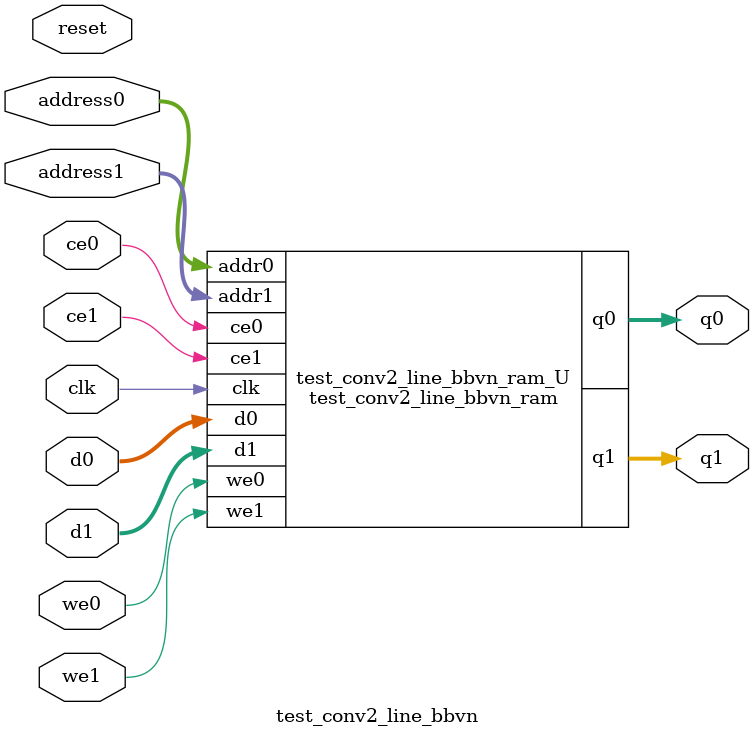
<source format=v>
`timescale 1 ns / 1 ps
module test_conv2_line_bbvn_ram (addr0, ce0, d0, we0, q0, addr1, ce1, d1, we1, q1,  clk);

parameter DWIDTH = 4;
parameter AWIDTH = 13;
parameter MEM_SIZE = 7776;

input[AWIDTH-1:0] addr0;
input ce0;
input[DWIDTH-1:0] d0;
input we0;
output reg[DWIDTH-1:0] q0;
input[AWIDTH-1:0] addr1;
input ce1;
input[DWIDTH-1:0] d1;
input we1;
output reg[DWIDTH-1:0] q1;
input clk;

(* ram_style = "block" *)reg [DWIDTH-1:0] ram[0:MEM_SIZE-1];




always @(posedge clk)  
begin 
    if (ce0) begin
        if (we0) 
            ram[addr0] <= d0; 
        q0 <= ram[addr0];
    end
end


always @(posedge clk)  
begin 
    if (ce1) begin
        if (we1) 
            ram[addr1] <= d1; 
        q1 <= ram[addr1];
    end
end


endmodule

`timescale 1 ns / 1 ps
module test_conv2_line_bbvn(
    reset,
    clk,
    address0,
    ce0,
    we0,
    d0,
    q0,
    address1,
    ce1,
    we1,
    d1,
    q1);

parameter DataWidth = 32'd4;
parameter AddressRange = 32'd7776;
parameter AddressWidth = 32'd13;
input reset;
input clk;
input[AddressWidth - 1:0] address0;
input ce0;
input we0;
input[DataWidth - 1:0] d0;
output[DataWidth - 1:0] q0;
input[AddressWidth - 1:0] address1;
input ce1;
input we1;
input[DataWidth - 1:0] d1;
output[DataWidth - 1:0] q1;



test_conv2_line_bbvn_ram test_conv2_line_bbvn_ram_U(
    .clk( clk ),
    .addr0( address0 ),
    .ce0( ce0 ),
    .we0( we0 ),
    .d0( d0 ),
    .q0( q0 ),
    .addr1( address1 ),
    .ce1( ce1 ),
    .we1( we1 ),
    .d1( d1 ),
    .q1( q1 ));

endmodule


</source>
